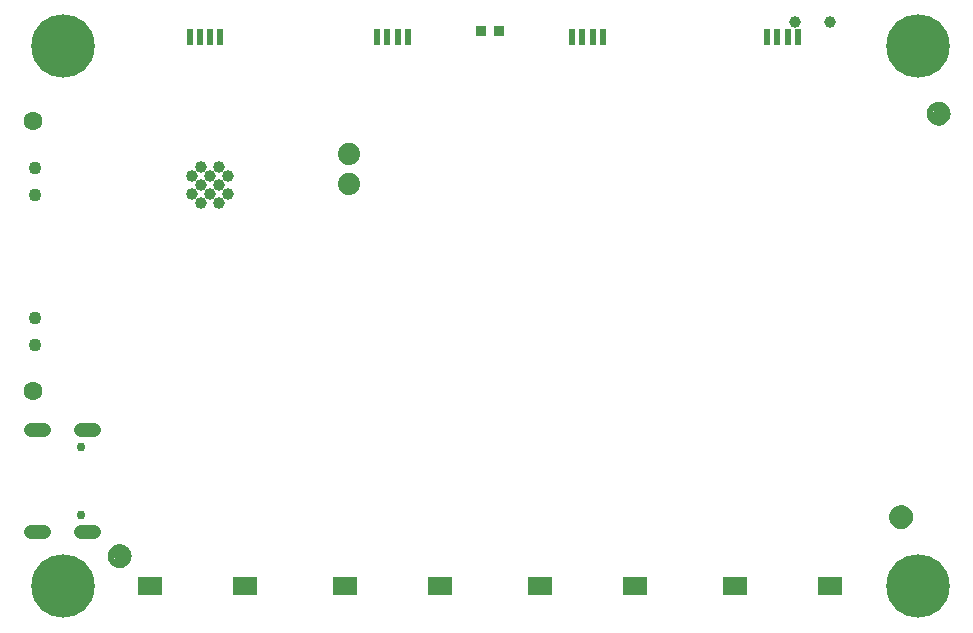
<source format=gbr>
G04 EAGLE Gerber RS-274X export*
G75*
%MOMM*%
%FSLAX34Y34*%
%LPD*%
%INSoldermask Bottom*%
%IPPOS*%
%AMOC8*
5,1,8,0,0,1.08239X$1,22.5*%
G01*
%ADD10C,1.001600*%
%ADD11C,1.209600*%
%ADD12C,0.751600*%
%ADD13C,1.009600*%
%ADD14C,1.101600*%
%ADD15C,1.879600*%
%ADD16R,2.101600X1.601600*%
%ADD17R,0.601600X1.351600*%
%ADD18C,5.367600*%
%ADD19R,0.901600X0.901600*%
%ADD20C,0.469900*%
%ADD21C,1.601600*%


D10*
X688100Y515620D03*
X658100Y515620D03*
D11*
X22650Y170200D02*
X11570Y170200D01*
X11570Y83800D02*
X22650Y83800D01*
X53370Y83800D02*
X64450Y83800D01*
X64450Y170200D02*
X53370Y170200D01*
D12*
X53910Y98100D03*
X53910Y155900D03*
D13*
X155225Y392960D03*
X170225Y392960D03*
X147725Y385460D03*
X162725Y385460D03*
X177725Y385460D03*
X155225Y377960D03*
X170225Y377960D03*
X147725Y370460D03*
X162725Y370460D03*
X177725Y370460D03*
X155225Y362960D03*
X170225Y362960D03*
D14*
X14780Y265500D03*
X14780Y242500D03*
D15*
X280670Y378460D03*
X280670Y403860D03*
D16*
X192400Y38100D03*
X112400Y38100D03*
X357500Y38100D03*
X277500Y38100D03*
X522600Y38100D03*
X442600Y38100D03*
X687700Y38100D03*
X607700Y38100D03*
D17*
X145750Y502800D03*
X154250Y502800D03*
X163250Y502800D03*
X171750Y502800D03*
X304500Y502800D03*
X313000Y502800D03*
X322000Y502800D03*
X330500Y502800D03*
X469600Y502800D03*
X478100Y502800D03*
X487100Y502800D03*
X495600Y502800D03*
X634700Y502800D03*
X643200Y502800D03*
X652200Y502800D03*
X660700Y502800D03*
D18*
X38100Y495300D03*
X38100Y38100D03*
X762000Y495300D03*
X762000Y38100D03*
D19*
X407550Y508000D03*
X392550Y508000D03*
D14*
X748030Y96520D03*
D20*
X755530Y96520D02*
X755528Y96701D01*
X755521Y96882D01*
X755510Y97063D01*
X755495Y97244D01*
X755475Y97424D01*
X755451Y97604D01*
X755423Y97783D01*
X755390Y97961D01*
X755353Y98138D01*
X755312Y98315D01*
X755267Y98490D01*
X755217Y98665D01*
X755163Y98838D01*
X755105Y99009D01*
X755043Y99180D01*
X754976Y99348D01*
X754906Y99515D01*
X754832Y99681D01*
X754753Y99844D01*
X754671Y100005D01*
X754585Y100165D01*
X754495Y100322D01*
X754401Y100477D01*
X754304Y100630D01*
X754202Y100780D01*
X754098Y100928D01*
X753989Y101074D01*
X753878Y101216D01*
X753762Y101356D01*
X753644Y101493D01*
X753522Y101628D01*
X753397Y101759D01*
X753269Y101887D01*
X753138Y102012D01*
X753003Y102134D01*
X752866Y102252D01*
X752726Y102368D01*
X752584Y102479D01*
X752438Y102588D01*
X752290Y102692D01*
X752140Y102794D01*
X751987Y102891D01*
X751832Y102985D01*
X751675Y103075D01*
X751515Y103161D01*
X751354Y103243D01*
X751191Y103322D01*
X751025Y103396D01*
X750858Y103466D01*
X750690Y103533D01*
X750519Y103595D01*
X750348Y103653D01*
X750175Y103707D01*
X750000Y103757D01*
X749825Y103802D01*
X749648Y103843D01*
X749471Y103880D01*
X749293Y103913D01*
X749114Y103941D01*
X748934Y103965D01*
X748754Y103985D01*
X748573Y104000D01*
X748392Y104011D01*
X748211Y104018D01*
X748030Y104020D01*
X747849Y104018D01*
X747668Y104011D01*
X747487Y104000D01*
X747306Y103985D01*
X747126Y103965D01*
X746946Y103941D01*
X746767Y103913D01*
X746589Y103880D01*
X746412Y103843D01*
X746235Y103802D01*
X746060Y103757D01*
X745885Y103707D01*
X745712Y103653D01*
X745541Y103595D01*
X745370Y103533D01*
X745202Y103466D01*
X745035Y103396D01*
X744869Y103322D01*
X744706Y103243D01*
X744545Y103161D01*
X744385Y103075D01*
X744228Y102985D01*
X744073Y102891D01*
X743920Y102794D01*
X743770Y102692D01*
X743622Y102588D01*
X743476Y102479D01*
X743334Y102368D01*
X743194Y102252D01*
X743057Y102134D01*
X742922Y102012D01*
X742791Y101887D01*
X742663Y101759D01*
X742538Y101628D01*
X742416Y101493D01*
X742298Y101356D01*
X742182Y101216D01*
X742071Y101074D01*
X741962Y100928D01*
X741858Y100780D01*
X741756Y100630D01*
X741659Y100477D01*
X741565Y100322D01*
X741475Y100165D01*
X741389Y100005D01*
X741307Y99844D01*
X741228Y99681D01*
X741154Y99515D01*
X741084Y99348D01*
X741017Y99180D01*
X740955Y99009D01*
X740897Y98838D01*
X740843Y98665D01*
X740793Y98490D01*
X740748Y98315D01*
X740707Y98138D01*
X740670Y97961D01*
X740637Y97783D01*
X740609Y97604D01*
X740585Y97424D01*
X740565Y97244D01*
X740550Y97063D01*
X740539Y96882D01*
X740532Y96701D01*
X740530Y96520D01*
X740532Y96339D01*
X740539Y96158D01*
X740550Y95977D01*
X740565Y95796D01*
X740585Y95616D01*
X740609Y95436D01*
X740637Y95257D01*
X740670Y95079D01*
X740707Y94902D01*
X740748Y94725D01*
X740793Y94550D01*
X740843Y94375D01*
X740897Y94202D01*
X740955Y94031D01*
X741017Y93860D01*
X741084Y93692D01*
X741154Y93525D01*
X741228Y93359D01*
X741307Y93196D01*
X741389Y93035D01*
X741475Y92875D01*
X741565Y92718D01*
X741659Y92563D01*
X741756Y92410D01*
X741858Y92260D01*
X741962Y92112D01*
X742071Y91966D01*
X742182Y91824D01*
X742298Y91684D01*
X742416Y91547D01*
X742538Y91412D01*
X742663Y91281D01*
X742791Y91153D01*
X742922Y91028D01*
X743057Y90906D01*
X743194Y90788D01*
X743334Y90672D01*
X743476Y90561D01*
X743622Y90452D01*
X743770Y90348D01*
X743920Y90246D01*
X744073Y90149D01*
X744228Y90055D01*
X744385Y89965D01*
X744545Y89879D01*
X744706Y89797D01*
X744869Y89718D01*
X745035Y89644D01*
X745202Y89574D01*
X745370Y89507D01*
X745541Y89445D01*
X745712Y89387D01*
X745885Y89333D01*
X746060Y89283D01*
X746235Y89238D01*
X746412Y89197D01*
X746589Y89160D01*
X746767Y89127D01*
X746946Y89099D01*
X747126Y89075D01*
X747306Y89055D01*
X747487Y89040D01*
X747668Y89029D01*
X747849Y89022D01*
X748030Y89020D01*
X748211Y89022D01*
X748392Y89029D01*
X748573Y89040D01*
X748754Y89055D01*
X748934Y89075D01*
X749114Y89099D01*
X749293Y89127D01*
X749471Y89160D01*
X749648Y89197D01*
X749825Y89238D01*
X750000Y89283D01*
X750175Y89333D01*
X750348Y89387D01*
X750519Y89445D01*
X750690Y89507D01*
X750858Y89574D01*
X751025Y89644D01*
X751191Y89718D01*
X751354Y89797D01*
X751515Y89879D01*
X751675Y89965D01*
X751832Y90055D01*
X751987Y90149D01*
X752140Y90246D01*
X752290Y90348D01*
X752438Y90452D01*
X752584Y90561D01*
X752726Y90672D01*
X752866Y90788D01*
X753003Y90906D01*
X753138Y91028D01*
X753269Y91153D01*
X753397Y91281D01*
X753522Y91412D01*
X753644Y91547D01*
X753762Y91684D01*
X753878Y91824D01*
X753989Y91966D01*
X754098Y92112D01*
X754202Y92260D01*
X754304Y92410D01*
X754401Y92563D01*
X754495Y92718D01*
X754585Y92875D01*
X754671Y93035D01*
X754753Y93196D01*
X754832Y93359D01*
X754906Y93525D01*
X754976Y93692D01*
X755043Y93860D01*
X755105Y94031D01*
X755163Y94202D01*
X755217Y94375D01*
X755267Y94550D01*
X755312Y94725D01*
X755353Y94902D01*
X755390Y95079D01*
X755423Y95257D01*
X755451Y95436D01*
X755475Y95616D01*
X755495Y95796D01*
X755510Y95977D01*
X755521Y96158D01*
X755528Y96339D01*
X755530Y96520D01*
D14*
X779780Y438150D03*
D20*
X787280Y438150D02*
X787278Y438331D01*
X787271Y438512D01*
X787260Y438693D01*
X787245Y438874D01*
X787225Y439054D01*
X787201Y439234D01*
X787173Y439413D01*
X787140Y439591D01*
X787103Y439768D01*
X787062Y439945D01*
X787017Y440120D01*
X786967Y440295D01*
X786913Y440468D01*
X786855Y440639D01*
X786793Y440810D01*
X786726Y440978D01*
X786656Y441145D01*
X786582Y441311D01*
X786503Y441474D01*
X786421Y441635D01*
X786335Y441795D01*
X786245Y441952D01*
X786151Y442107D01*
X786054Y442260D01*
X785952Y442410D01*
X785848Y442558D01*
X785739Y442704D01*
X785628Y442846D01*
X785512Y442986D01*
X785394Y443123D01*
X785272Y443258D01*
X785147Y443389D01*
X785019Y443517D01*
X784888Y443642D01*
X784753Y443764D01*
X784616Y443882D01*
X784476Y443998D01*
X784334Y444109D01*
X784188Y444218D01*
X784040Y444322D01*
X783890Y444424D01*
X783737Y444521D01*
X783582Y444615D01*
X783425Y444705D01*
X783265Y444791D01*
X783104Y444873D01*
X782941Y444952D01*
X782775Y445026D01*
X782608Y445096D01*
X782440Y445163D01*
X782269Y445225D01*
X782098Y445283D01*
X781925Y445337D01*
X781750Y445387D01*
X781575Y445432D01*
X781398Y445473D01*
X781221Y445510D01*
X781043Y445543D01*
X780864Y445571D01*
X780684Y445595D01*
X780504Y445615D01*
X780323Y445630D01*
X780142Y445641D01*
X779961Y445648D01*
X779780Y445650D01*
X779599Y445648D01*
X779418Y445641D01*
X779237Y445630D01*
X779056Y445615D01*
X778876Y445595D01*
X778696Y445571D01*
X778517Y445543D01*
X778339Y445510D01*
X778162Y445473D01*
X777985Y445432D01*
X777810Y445387D01*
X777635Y445337D01*
X777462Y445283D01*
X777291Y445225D01*
X777120Y445163D01*
X776952Y445096D01*
X776785Y445026D01*
X776619Y444952D01*
X776456Y444873D01*
X776295Y444791D01*
X776135Y444705D01*
X775978Y444615D01*
X775823Y444521D01*
X775670Y444424D01*
X775520Y444322D01*
X775372Y444218D01*
X775226Y444109D01*
X775084Y443998D01*
X774944Y443882D01*
X774807Y443764D01*
X774672Y443642D01*
X774541Y443517D01*
X774413Y443389D01*
X774288Y443258D01*
X774166Y443123D01*
X774048Y442986D01*
X773932Y442846D01*
X773821Y442704D01*
X773712Y442558D01*
X773608Y442410D01*
X773506Y442260D01*
X773409Y442107D01*
X773315Y441952D01*
X773225Y441795D01*
X773139Y441635D01*
X773057Y441474D01*
X772978Y441311D01*
X772904Y441145D01*
X772834Y440978D01*
X772767Y440810D01*
X772705Y440639D01*
X772647Y440468D01*
X772593Y440295D01*
X772543Y440120D01*
X772498Y439945D01*
X772457Y439768D01*
X772420Y439591D01*
X772387Y439413D01*
X772359Y439234D01*
X772335Y439054D01*
X772315Y438874D01*
X772300Y438693D01*
X772289Y438512D01*
X772282Y438331D01*
X772280Y438150D01*
X772282Y437969D01*
X772289Y437788D01*
X772300Y437607D01*
X772315Y437426D01*
X772335Y437246D01*
X772359Y437066D01*
X772387Y436887D01*
X772420Y436709D01*
X772457Y436532D01*
X772498Y436355D01*
X772543Y436180D01*
X772593Y436005D01*
X772647Y435832D01*
X772705Y435661D01*
X772767Y435490D01*
X772834Y435322D01*
X772904Y435155D01*
X772978Y434989D01*
X773057Y434826D01*
X773139Y434665D01*
X773225Y434505D01*
X773315Y434348D01*
X773409Y434193D01*
X773506Y434040D01*
X773608Y433890D01*
X773712Y433742D01*
X773821Y433596D01*
X773932Y433454D01*
X774048Y433314D01*
X774166Y433177D01*
X774288Y433042D01*
X774413Y432911D01*
X774541Y432783D01*
X774672Y432658D01*
X774807Y432536D01*
X774944Y432418D01*
X775084Y432302D01*
X775226Y432191D01*
X775372Y432082D01*
X775520Y431978D01*
X775670Y431876D01*
X775823Y431779D01*
X775978Y431685D01*
X776135Y431595D01*
X776295Y431509D01*
X776456Y431427D01*
X776619Y431348D01*
X776785Y431274D01*
X776952Y431204D01*
X777120Y431137D01*
X777291Y431075D01*
X777462Y431017D01*
X777635Y430963D01*
X777810Y430913D01*
X777985Y430868D01*
X778162Y430827D01*
X778339Y430790D01*
X778517Y430757D01*
X778696Y430729D01*
X778876Y430705D01*
X779056Y430685D01*
X779237Y430670D01*
X779418Y430659D01*
X779599Y430652D01*
X779780Y430650D01*
X779961Y430652D01*
X780142Y430659D01*
X780323Y430670D01*
X780504Y430685D01*
X780684Y430705D01*
X780864Y430729D01*
X781043Y430757D01*
X781221Y430790D01*
X781398Y430827D01*
X781575Y430868D01*
X781750Y430913D01*
X781925Y430963D01*
X782098Y431017D01*
X782269Y431075D01*
X782440Y431137D01*
X782608Y431204D01*
X782775Y431274D01*
X782941Y431348D01*
X783104Y431427D01*
X783265Y431509D01*
X783425Y431595D01*
X783582Y431685D01*
X783737Y431779D01*
X783890Y431876D01*
X784040Y431978D01*
X784188Y432082D01*
X784334Y432191D01*
X784476Y432302D01*
X784616Y432418D01*
X784753Y432536D01*
X784888Y432658D01*
X785019Y432783D01*
X785147Y432911D01*
X785272Y433042D01*
X785394Y433177D01*
X785512Y433314D01*
X785628Y433454D01*
X785739Y433596D01*
X785848Y433742D01*
X785952Y433890D01*
X786054Y434040D01*
X786151Y434193D01*
X786245Y434348D01*
X786335Y434505D01*
X786421Y434665D01*
X786503Y434826D01*
X786582Y434989D01*
X786656Y435155D01*
X786726Y435322D01*
X786793Y435490D01*
X786855Y435661D01*
X786913Y435832D01*
X786967Y436005D01*
X787017Y436180D01*
X787062Y436355D01*
X787103Y436532D01*
X787140Y436709D01*
X787173Y436887D01*
X787201Y437066D01*
X787225Y437246D01*
X787245Y437426D01*
X787260Y437607D01*
X787271Y437788D01*
X787278Y437969D01*
X787280Y438150D01*
D14*
X86360Y63500D03*
D20*
X93860Y63500D02*
X93858Y63681D01*
X93851Y63862D01*
X93840Y64043D01*
X93825Y64224D01*
X93805Y64404D01*
X93781Y64584D01*
X93753Y64763D01*
X93720Y64941D01*
X93683Y65118D01*
X93642Y65295D01*
X93597Y65470D01*
X93547Y65645D01*
X93493Y65818D01*
X93435Y65989D01*
X93373Y66160D01*
X93306Y66328D01*
X93236Y66495D01*
X93162Y66661D01*
X93083Y66824D01*
X93001Y66985D01*
X92915Y67145D01*
X92825Y67302D01*
X92731Y67457D01*
X92634Y67610D01*
X92532Y67760D01*
X92428Y67908D01*
X92319Y68054D01*
X92208Y68196D01*
X92092Y68336D01*
X91974Y68473D01*
X91852Y68608D01*
X91727Y68739D01*
X91599Y68867D01*
X91468Y68992D01*
X91333Y69114D01*
X91196Y69232D01*
X91056Y69348D01*
X90914Y69459D01*
X90768Y69568D01*
X90620Y69672D01*
X90470Y69774D01*
X90317Y69871D01*
X90162Y69965D01*
X90005Y70055D01*
X89845Y70141D01*
X89684Y70223D01*
X89521Y70302D01*
X89355Y70376D01*
X89188Y70446D01*
X89020Y70513D01*
X88849Y70575D01*
X88678Y70633D01*
X88505Y70687D01*
X88330Y70737D01*
X88155Y70782D01*
X87978Y70823D01*
X87801Y70860D01*
X87623Y70893D01*
X87444Y70921D01*
X87264Y70945D01*
X87084Y70965D01*
X86903Y70980D01*
X86722Y70991D01*
X86541Y70998D01*
X86360Y71000D01*
X86179Y70998D01*
X85998Y70991D01*
X85817Y70980D01*
X85636Y70965D01*
X85456Y70945D01*
X85276Y70921D01*
X85097Y70893D01*
X84919Y70860D01*
X84742Y70823D01*
X84565Y70782D01*
X84390Y70737D01*
X84215Y70687D01*
X84042Y70633D01*
X83871Y70575D01*
X83700Y70513D01*
X83532Y70446D01*
X83365Y70376D01*
X83199Y70302D01*
X83036Y70223D01*
X82875Y70141D01*
X82715Y70055D01*
X82558Y69965D01*
X82403Y69871D01*
X82250Y69774D01*
X82100Y69672D01*
X81952Y69568D01*
X81806Y69459D01*
X81664Y69348D01*
X81524Y69232D01*
X81387Y69114D01*
X81252Y68992D01*
X81121Y68867D01*
X80993Y68739D01*
X80868Y68608D01*
X80746Y68473D01*
X80628Y68336D01*
X80512Y68196D01*
X80401Y68054D01*
X80292Y67908D01*
X80188Y67760D01*
X80086Y67610D01*
X79989Y67457D01*
X79895Y67302D01*
X79805Y67145D01*
X79719Y66985D01*
X79637Y66824D01*
X79558Y66661D01*
X79484Y66495D01*
X79414Y66328D01*
X79347Y66160D01*
X79285Y65989D01*
X79227Y65818D01*
X79173Y65645D01*
X79123Y65470D01*
X79078Y65295D01*
X79037Y65118D01*
X79000Y64941D01*
X78967Y64763D01*
X78939Y64584D01*
X78915Y64404D01*
X78895Y64224D01*
X78880Y64043D01*
X78869Y63862D01*
X78862Y63681D01*
X78860Y63500D01*
X78862Y63319D01*
X78869Y63138D01*
X78880Y62957D01*
X78895Y62776D01*
X78915Y62596D01*
X78939Y62416D01*
X78967Y62237D01*
X79000Y62059D01*
X79037Y61882D01*
X79078Y61705D01*
X79123Y61530D01*
X79173Y61355D01*
X79227Y61182D01*
X79285Y61011D01*
X79347Y60840D01*
X79414Y60672D01*
X79484Y60505D01*
X79558Y60339D01*
X79637Y60176D01*
X79719Y60015D01*
X79805Y59855D01*
X79895Y59698D01*
X79989Y59543D01*
X80086Y59390D01*
X80188Y59240D01*
X80292Y59092D01*
X80401Y58946D01*
X80512Y58804D01*
X80628Y58664D01*
X80746Y58527D01*
X80868Y58392D01*
X80993Y58261D01*
X81121Y58133D01*
X81252Y58008D01*
X81387Y57886D01*
X81524Y57768D01*
X81664Y57652D01*
X81806Y57541D01*
X81952Y57432D01*
X82100Y57328D01*
X82250Y57226D01*
X82403Y57129D01*
X82558Y57035D01*
X82715Y56945D01*
X82875Y56859D01*
X83036Y56777D01*
X83199Y56698D01*
X83365Y56624D01*
X83532Y56554D01*
X83700Y56487D01*
X83871Y56425D01*
X84042Y56367D01*
X84215Y56313D01*
X84390Y56263D01*
X84565Y56218D01*
X84742Y56177D01*
X84919Y56140D01*
X85097Y56107D01*
X85276Y56079D01*
X85456Y56055D01*
X85636Y56035D01*
X85817Y56020D01*
X85998Y56009D01*
X86179Y56002D01*
X86360Y56000D01*
X86541Y56002D01*
X86722Y56009D01*
X86903Y56020D01*
X87084Y56035D01*
X87264Y56055D01*
X87444Y56079D01*
X87623Y56107D01*
X87801Y56140D01*
X87978Y56177D01*
X88155Y56218D01*
X88330Y56263D01*
X88505Y56313D01*
X88678Y56367D01*
X88849Y56425D01*
X89020Y56487D01*
X89188Y56554D01*
X89355Y56624D01*
X89521Y56698D01*
X89684Y56777D01*
X89845Y56859D01*
X90005Y56945D01*
X90162Y57035D01*
X90317Y57129D01*
X90470Y57226D01*
X90620Y57328D01*
X90768Y57432D01*
X90914Y57541D01*
X91056Y57652D01*
X91196Y57768D01*
X91333Y57886D01*
X91468Y58008D01*
X91599Y58133D01*
X91727Y58261D01*
X91852Y58392D01*
X91974Y58527D01*
X92092Y58664D01*
X92208Y58804D01*
X92319Y58946D01*
X92428Y59092D01*
X92532Y59240D01*
X92634Y59390D01*
X92731Y59543D01*
X92825Y59698D01*
X92915Y59855D01*
X93001Y60015D01*
X93083Y60176D01*
X93162Y60339D01*
X93236Y60505D01*
X93306Y60672D01*
X93373Y60840D01*
X93435Y61011D01*
X93493Y61182D01*
X93547Y61355D01*
X93597Y61530D01*
X93642Y61705D01*
X93683Y61882D01*
X93720Y62059D01*
X93753Y62237D01*
X93781Y62416D01*
X93805Y62596D01*
X93825Y62776D01*
X93840Y62957D01*
X93851Y63138D01*
X93858Y63319D01*
X93860Y63500D01*
D14*
X14780Y392500D03*
X14780Y369500D03*
D21*
X12700Y203200D03*
X12700Y431800D03*
M02*

</source>
